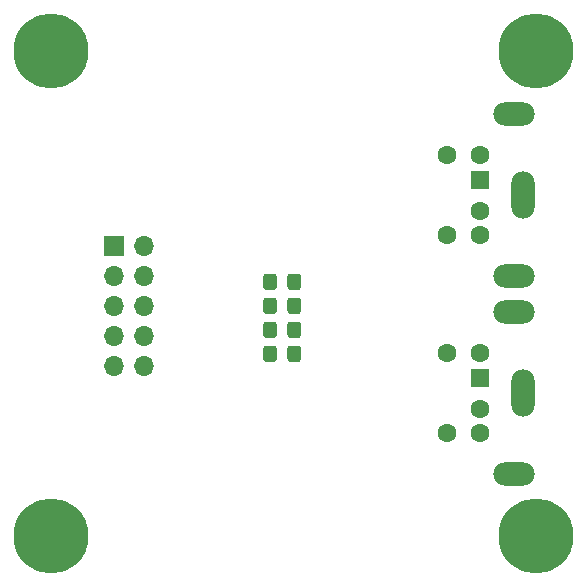
<source format=gbs>
G04 #@! TF.GenerationSoftware,KiCad,Pcbnew,(5.1.10)-1*
G04 #@! TF.CreationDate,2022-01-20T17:19:38-05:00*
G04 #@! TF.ProjectId,PS2X49,50533258-3439-42e6-9b69-6361645f7063,X1*
G04 #@! TF.SameCoordinates,Original*
G04 #@! TF.FileFunction,Soldermask,Bot*
G04 #@! TF.FilePolarity,Negative*
%FSLAX46Y46*%
G04 Gerber Fmt 4.6, Leading zero omitted, Abs format (unit mm)*
G04 Created by KiCad (PCBNEW (5.1.10)-1) date 2022-01-20 17:19:38*
%MOMM*%
%LPD*%
G01*
G04 APERTURE LIST*
%ADD10C,6.350000*%
%ADD11O,3.500000X2.000000*%
%ADD12R,1.600000X1.600000*%
%ADD13C,1.600000*%
%ADD14O,2.000000X4.000000*%
%ADD15R,1.700000X1.700000*%
%ADD16O,1.700000X1.700000*%
G04 APERTURE END LIST*
D10*
X14000000Y-55000000D03*
X55000000Y-55000000D03*
X55000000Y-14000000D03*
X14000000Y-14000000D03*
D11*
X53142000Y-33042000D03*
X53142000Y-19342000D03*
D12*
X50292000Y-24892000D03*
D13*
X50292000Y-27492000D03*
X50292000Y-22792000D03*
X50292000Y-29592000D03*
X47492000Y-22792000D03*
X47492000Y-29592000D03*
D14*
X53942000Y-26192000D03*
X53942000Y-42956000D03*
D13*
X47492000Y-46356000D03*
X47492000Y-39556000D03*
X50292000Y-46356000D03*
X50292000Y-39556000D03*
X50292000Y-44256000D03*
D12*
X50292000Y-41656000D03*
D11*
X53142000Y-36106000D03*
X53142000Y-49806000D03*
D15*
X19304000Y-30480000D03*
D16*
X21844000Y-30480000D03*
X19304000Y-33020000D03*
X21844000Y-33020000D03*
X19304000Y-35560000D03*
X21844000Y-35560000D03*
X19304000Y-38100000D03*
X21844000Y-38100000D03*
X19304000Y-40640000D03*
X21844000Y-40640000D03*
G36*
G01*
X35128000Y-33077999D02*
X35128000Y-33978001D01*
G75*
G02*
X34878001Y-34228000I-249999J0D01*
G01*
X34227999Y-34228000D01*
G75*
G02*
X33978000Y-33978001I0J249999D01*
G01*
X33978000Y-33077999D01*
G75*
G02*
X34227999Y-32828000I249999J0D01*
G01*
X34878001Y-32828000D01*
G75*
G02*
X35128000Y-33077999I0J-249999D01*
G01*
G37*
G36*
G01*
X33078000Y-33077999D02*
X33078000Y-33978001D01*
G75*
G02*
X32828001Y-34228000I-249999J0D01*
G01*
X32177999Y-34228000D01*
G75*
G02*
X31928000Y-33978001I0J249999D01*
G01*
X31928000Y-33077999D01*
G75*
G02*
X32177999Y-32828000I249999J0D01*
G01*
X32828001Y-32828000D01*
G75*
G02*
X33078000Y-33077999I0J-249999D01*
G01*
G37*
G36*
G01*
X33078000Y-35109999D02*
X33078000Y-36010001D01*
G75*
G02*
X32828001Y-36260000I-249999J0D01*
G01*
X32177999Y-36260000D01*
G75*
G02*
X31928000Y-36010001I0J249999D01*
G01*
X31928000Y-35109999D01*
G75*
G02*
X32177999Y-34860000I249999J0D01*
G01*
X32828001Y-34860000D01*
G75*
G02*
X33078000Y-35109999I0J-249999D01*
G01*
G37*
G36*
G01*
X35128000Y-35109999D02*
X35128000Y-36010001D01*
G75*
G02*
X34878001Y-36260000I-249999J0D01*
G01*
X34227999Y-36260000D01*
G75*
G02*
X33978000Y-36010001I0J249999D01*
G01*
X33978000Y-35109999D01*
G75*
G02*
X34227999Y-34860000I249999J0D01*
G01*
X34878001Y-34860000D01*
G75*
G02*
X35128000Y-35109999I0J-249999D01*
G01*
G37*
G36*
G01*
X35128000Y-37141999D02*
X35128000Y-38042001D01*
G75*
G02*
X34878001Y-38292000I-249999J0D01*
G01*
X34227999Y-38292000D01*
G75*
G02*
X33978000Y-38042001I0J249999D01*
G01*
X33978000Y-37141999D01*
G75*
G02*
X34227999Y-36892000I249999J0D01*
G01*
X34878001Y-36892000D01*
G75*
G02*
X35128000Y-37141999I0J-249999D01*
G01*
G37*
G36*
G01*
X33078000Y-37141999D02*
X33078000Y-38042001D01*
G75*
G02*
X32828001Y-38292000I-249999J0D01*
G01*
X32177999Y-38292000D01*
G75*
G02*
X31928000Y-38042001I0J249999D01*
G01*
X31928000Y-37141999D01*
G75*
G02*
X32177999Y-36892000I249999J0D01*
G01*
X32828001Y-36892000D01*
G75*
G02*
X33078000Y-37141999I0J-249999D01*
G01*
G37*
G36*
G01*
X33078000Y-39173999D02*
X33078000Y-40074001D01*
G75*
G02*
X32828001Y-40324000I-249999J0D01*
G01*
X32177999Y-40324000D01*
G75*
G02*
X31928000Y-40074001I0J249999D01*
G01*
X31928000Y-39173999D01*
G75*
G02*
X32177999Y-38924000I249999J0D01*
G01*
X32828001Y-38924000D01*
G75*
G02*
X33078000Y-39173999I0J-249999D01*
G01*
G37*
G36*
G01*
X35128000Y-39173999D02*
X35128000Y-40074001D01*
G75*
G02*
X34878001Y-40324000I-249999J0D01*
G01*
X34227999Y-40324000D01*
G75*
G02*
X33978000Y-40074001I0J249999D01*
G01*
X33978000Y-39173999D01*
G75*
G02*
X34227999Y-38924000I249999J0D01*
G01*
X34878001Y-38924000D01*
G75*
G02*
X35128000Y-39173999I0J-249999D01*
G01*
G37*
M02*

</source>
